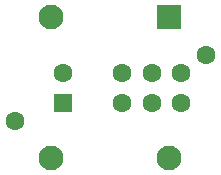
<source format=gbl>
G04 #@! TF.GenerationSoftware,KiCad,Pcbnew,6.0.5-a6ca702e91~116~ubuntu20.04.1*
G04 #@! TF.CreationDate,2022-06-19T13:49:02-04:00*
G04 #@! TF.ProjectId,herovco_switch,6865726f-7663-46f5-9f73-77697463682e,rev?*
G04 #@! TF.SameCoordinates,Original*
G04 #@! TF.FileFunction,Copper,L2,Bot*
G04 #@! TF.FilePolarity,Positive*
%FSLAX46Y46*%
G04 Gerber Fmt 4.6, Leading zero omitted, Abs format (unit mm)*
G04 Created by KiCad (PCBNEW 6.0.5-a6ca702e91~116~ubuntu20.04.1) date 2022-06-19 13:49:02*
%MOMM*%
%LPD*%
G01*
G04 APERTURE LIST*
G04 Aperture macros list*
%AMRoundRect*
0 Rectangle with rounded corners*
0 $1 Rounding radius*
0 $2 $3 $4 $5 $6 $7 $8 $9 X,Y pos of 4 corners*
0 Add a 4 corners polygon primitive as box body*
4,1,4,$2,$3,$4,$5,$6,$7,$8,$9,$2,$3,0*
0 Add four circle primitives for the rounded corners*
1,1,$1+$1,$2,$3*
1,1,$1+$1,$4,$5*
1,1,$1+$1,$6,$7*
1,1,$1+$1,$8,$9*
0 Add four rect primitives between the rounded corners*
20,1,$1+$1,$2,$3,$4,$5,0*
20,1,$1+$1,$4,$5,$6,$7,0*
20,1,$1+$1,$6,$7,$8,$9,0*
20,1,$1+$1,$8,$9,$2,$3,0*%
G04 Aperture macros list end*
G04 #@! TA.AperFunction,ComponentPad*
%ADD10C,2.100000*%
G04 #@! TD*
G04 #@! TA.AperFunction,WasherPad*
%ADD11C,1.600000*%
G04 #@! TD*
G04 #@! TA.AperFunction,ComponentPad*
%ADD12R,1.600000X1.600000*%
G04 #@! TD*
G04 #@! TA.AperFunction,ComponentPad*
%ADD13C,1.600000*%
G04 #@! TD*
G04 #@! TA.AperFunction,ComponentPad*
%ADD14RoundRect,0.250001X-0.799999X-0.799999X0.799999X-0.799999X0.799999X0.799999X-0.799999X0.799999X0*%
G04 #@! TD*
G04 APERTURE END LIST*
D10*
G04 #@! TO.P,J16,1,Pin_1*
G04 #@! TO.N,Board_0-/Octave and sync switches/HARD_SYNCA_P*
X140800000Y-93000000D03*
G04 #@! TD*
G04 #@! TO.P,J14,1,Pin_1*
G04 #@! TO.N,Board_0-/Octave and sync switches/SOFT_SYNCA_P*
X150800000Y-105000000D03*
G04 #@! TD*
D11*
G04 #@! TO.P,SW2,*
G04 #@! TO.N,*
X137738200Y-101820400D03*
X153938200Y-96220400D03*
D12*
G04 #@! TO.P,SW2,1,1*
G04 #@! TO.N,Board_0-/Octave and sync switches/SOFT_SYNC_OFF_P*
X141838200Y-100270400D03*
D13*
G04 #@! TO.P,SW2,2,2*
G04 #@! TO.N,Board_0-/Octave and sync switches/SOFT_SYNCA_P*
X146838200Y-100270400D03*
G04 #@! TO.P,SW2,3,3*
G04 #@! TO.N,Board_0-/Octave and sync switches/SOFT_SYNC_OFF_P*
X149338200Y-100270400D03*
G04 #@! TO.P,SW2,4,4*
G04 #@! TO.N,Board_0-unconnected-(SW2-Pad4)*
X151838200Y-100270400D03*
G04 #@! TO.P,SW2,5,5*
G04 #@! TO.N,Board_0-/Octave and sync switches/HARD_SYNCA_P*
X141838200Y-97770400D03*
G04 #@! TO.P,SW2,6,6*
G04 #@! TO.N,Board_0-/Octave and sync switches/SYNCA_P*
X146838200Y-97770400D03*
G04 #@! TO.P,SW2,7,7*
G04 #@! TO.N,Board_0-unconnected-(SW2-Pad7)*
X149338200Y-97770400D03*
G04 #@! TO.P,SW2,8,8*
G04 #@! TO.N,Board_0-/Octave and sync switches/SOFT_SYNCA_P*
X151838200Y-97770400D03*
G04 #@! TD*
D14*
G04 #@! TO.P,J13,1,Pin_1*
G04 #@! TO.N,Board_0-/Octave and sync switches/SYNCA_P*
X150800000Y-93000000D03*
G04 #@! TD*
D10*
G04 #@! TO.P,J15,1,Pin_1*
G04 #@! TO.N,Board_0-/Octave and sync switches/SOFT_SYNC_OFF_P*
X140800000Y-105000000D03*
G04 #@! TD*
M02*

</source>
